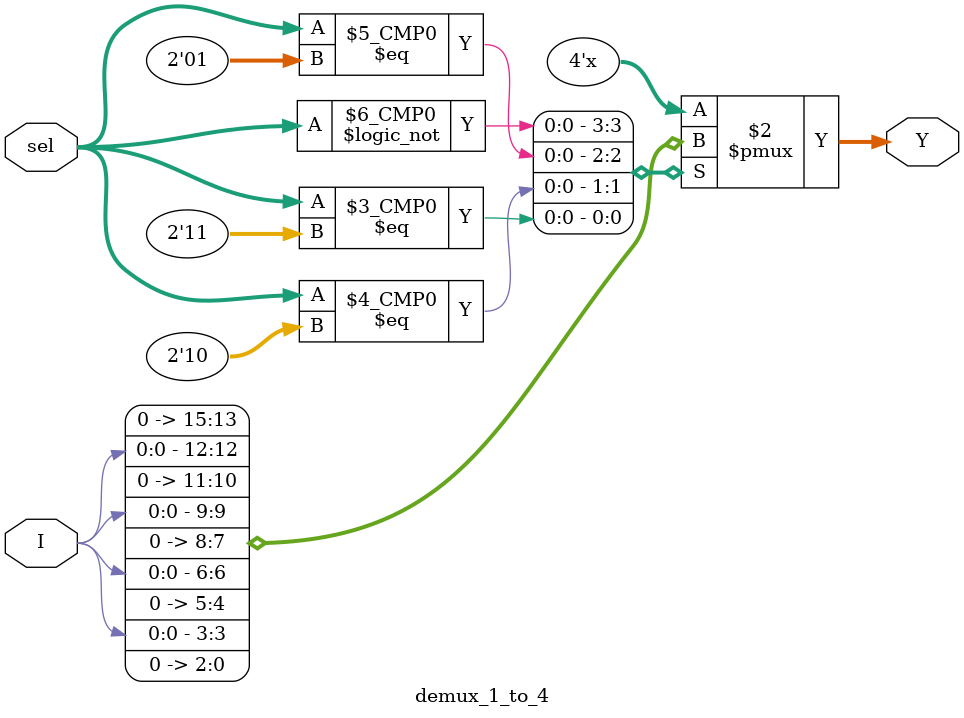
<source format=v>
`timescale 1ns / 1ps


module demux_1_to_4(input I, input [1:0] sel, output reg [3:0] Y); 
  always @ (sel, I)
      case (sel)
        2'b00:  Y = {3'b0,I};
        2'b01:  Y = {2'b0,I,1'b0};
        2'b10:  Y = {1'b0,I,2'b0};
        2'b11:  Y = {I,3'b0};
      endcase
endmodule
</source>
